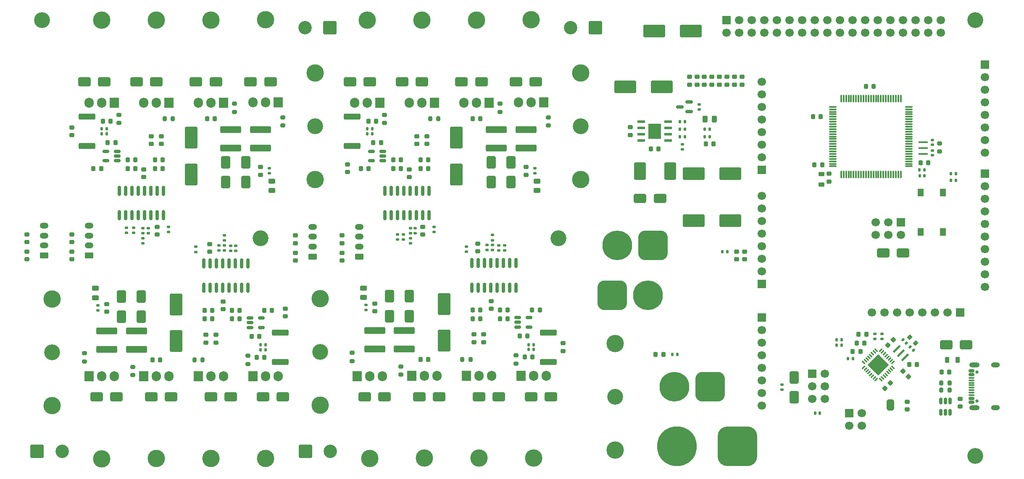
<source format=gbr>
%TF.GenerationSoftware,KiCad,Pcbnew,9.0.1*%
%TF.CreationDate,2025-04-06T02:54:57+02:00*%
%TF.ProjectId,controller_mainboard,636f6e74-726f-46c6-9c65-725f6d61696e,rev?*%
%TF.SameCoordinates,Original*%
%TF.FileFunction,Soldermask,Top*%
%TF.FilePolarity,Negative*%
%FSLAX46Y46*%
G04 Gerber Fmt 4.6, Leading zero omitted, Abs format (unit mm)*
G04 Created by KiCad (PCBNEW 9.0.1) date 2025-04-06 02:54:57*
%MOMM*%
%LPD*%
G01*
G04 APERTURE LIST*
G04 Aperture macros list*
%AMRoundRect*
0 Rectangle with rounded corners*
0 $1 Rounding radius*
0 $2 $3 $4 $5 $6 $7 $8 $9 X,Y pos of 4 corners*
0 Add a 4 corners polygon primitive as box body*
4,1,4,$2,$3,$4,$5,$6,$7,$8,$9,$2,$3,0*
0 Add four circle primitives for the rounded corners*
1,1,$1+$1,$2,$3*
1,1,$1+$1,$4,$5*
1,1,$1+$1,$6,$7*
1,1,$1+$1,$8,$9*
0 Add four rect primitives between the rounded corners*
20,1,$1+$1,$2,$3,$4,$5,0*
20,1,$1+$1,$4,$5,$6,$7,0*
20,1,$1+$1,$6,$7,$8,$9,0*
20,1,$1+$1,$8,$9,$2,$3,0*%
%AMRotRect*
0 Rectangle, with rotation*
0 The origin of the aperture is its center*
0 $1 length*
0 $2 width*
0 $3 Rotation angle, in degrees counterclockwise*
0 Add horizontal line*
21,1,$1,$2,0,0,$3*%
%AMFreePoly0*
4,1,23,0.500000,-0.750000,0.000000,-0.750000,0.000000,-0.745722,-0.065263,-0.745722,-0.191342,-0.711940,-0.304381,-0.646677,-0.396677,-0.554381,-0.461940,-0.441342,-0.495722,-0.315263,-0.495722,-0.250000,-0.500000,-0.250000,-0.500000,0.250000,-0.495722,0.250000,-0.495722,0.315263,-0.461940,0.441342,-0.396677,0.554381,-0.304381,0.646677,-0.191342,0.711940,-0.065263,0.745722,0.000000,0.745722,
0.000000,0.750000,0.500000,0.750000,0.500000,-0.750000,0.500000,-0.750000,$1*%
%AMFreePoly1*
4,1,23,0.000000,0.745722,0.065263,0.745722,0.191342,0.711940,0.304381,0.646677,0.396677,0.554381,0.461940,0.441342,0.495722,0.315263,0.495722,0.250000,0.500000,0.250000,0.500000,-0.250000,0.495722,-0.250000,0.495722,-0.315263,0.461940,-0.441342,0.396677,-0.554381,0.304381,-0.646677,0.191342,-0.711940,0.065263,-0.745722,0.000000,-0.745722,0.000000,-0.750000,-0.500000,-0.750000,
-0.500000,0.750000,0.000000,0.750000,0.000000,0.745722,0.000000,0.745722,$1*%
G04 Aperture macros list end*
%ADD10RoundRect,0.150000X-0.150000X0.512500X-0.150000X-0.512500X0.150000X-0.512500X0.150000X0.512500X0*%
%ADD11RoundRect,0.225000X-0.335876X-0.017678X-0.017678X-0.335876X0.335876X0.017678X0.017678X0.335876X0*%
%ADD12R,1.700000X1.700000*%
%ADD13C,1.700000*%
%ADD14RoundRect,0.135000X0.185000X-0.135000X0.185000X0.135000X-0.185000X0.135000X-0.185000X-0.135000X0*%
%ADD15RoundRect,0.250000X-1.000000X-0.650000X1.000000X-0.650000X1.000000X0.650000X-1.000000X0.650000X0*%
%ADD16RoundRect,0.225000X0.250000X-0.225000X0.250000X0.225000X-0.250000X0.225000X-0.250000X-0.225000X0*%
%ADD17RoundRect,0.150000X-0.512500X-0.150000X0.512500X-0.150000X0.512500X0.150000X-0.512500X0.150000X0*%
%ADD18RoundRect,0.135000X0.135000X0.185000X-0.135000X0.185000X-0.135000X-0.185000X0.135000X-0.185000X0*%
%ADD19RoundRect,0.135000X-0.185000X0.135000X-0.185000X-0.135000X0.185000X-0.135000X0.185000X0.135000X0*%
%ADD20RoundRect,0.225000X0.225000X0.250000X-0.225000X0.250000X-0.225000X-0.250000X0.225000X-0.250000X0*%
%ADD21RoundRect,0.243750X-0.456250X0.243750X-0.456250X-0.243750X0.456250X-0.243750X0.456250X0.243750X0*%
%ADD22RoundRect,0.249999X1.850001X-0.450001X1.850001X0.450001X-1.850001X0.450001X-1.850001X-0.450001X0*%
%ADD23RoundRect,0.140000X0.170000X-0.140000X0.170000X0.140000X-0.170000X0.140000X-0.170000X-0.140000X0*%
%ADD24RoundRect,0.135000X-0.135000X-0.185000X0.135000X-0.185000X0.135000X0.185000X-0.135000X0.185000X0*%
%ADD25RoundRect,0.250000X-0.650000X1.000000X-0.650000X-1.000000X0.650000X-1.000000X0.650000X1.000000X0*%
%ADD26RoundRect,0.225000X-0.250000X0.225000X-0.250000X-0.225000X0.250000X-0.225000X0.250000X0.225000X0*%
%ADD27RoundRect,0.243750X0.456250X-0.243750X0.456250X0.243750X-0.456250X0.243750X-0.456250X-0.243750X0*%
%ADD28C,3.200000*%
%ADD29C,3.500000*%
%ADD30RoundRect,0.250000X1.000000X0.650000X-1.000000X0.650000X-1.000000X-0.650000X1.000000X-0.650000X0*%
%ADD31RoundRect,0.250000X1.000000X-1.950000X1.000000X1.950000X-1.000000X1.950000X-1.000000X-1.950000X0*%
%ADD32RoundRect,0.225000X-0.225000X-0.250000X0.225000X-0.250000X0.225000X0.250000X-0.225000X0.250000X0*%
%ADD33RoundRect,0.250001X-1.099999X-1.099999X1.099999X-1.099999X1.099999X1.099999X-1.099999X1.099999X0*%
%ADD34C,2.700000*%
%ADD35RoundRect,0.249999X-1.850001X0.450001X-1.850001X-0.450001X1.850001X-0.450001X1.850001X0.450001X0*%
%ADD36RoundRect,0.218750X-0.218750X-0.256250X0.218750X-0.256250X0.218750X0.256250X-0.218750X0.256250X0*%
%ADD37RoundRect,0.250000X0.650000X-1.000000X0.650000X1.000000X-0.650000X1.000000X-0.650000X-1.000000X0*%
%ADD38RoundRect,0.150000X-0.150000X0.825000X-0.150000X-0.825000X0.150000X-0.825000X0.150000X0.825000X0*%
%ADD39R,1.550000X0.600000*%
%ADD40R,2.600000X3.100000*%
%ADD41RoundRect,1.500000X-1.500000X-1.500000X1.500000X-1.500000X1.500000X1.500000X-1.500000X1.500000X0*%
%ADD42C,6.000000*%
%ADD43RoundRect,0.218750X0.218750X0.256250X-0.218750X0.256250X-0.218750X-0.256250X0.218750X-0.256250X0*%
%ADD44RoundRect,0.200000X0.275000X-0.200000X0.275000X0.200000X-0.275000X0.200000X-0.275000X-0.200000X0*%
%ADD45RoundRect,0.250000X0.625000X-0.350000X0.625000X0.350000X-0.625000X0.350000X-0.625000X-0.350000X0*%
%ADD46O,1.750000X1.200000*%
%ADD47RoundRect,0.218750X0.381250X-0.218750X0.381250X0.218750X-0.381250X0.218750X-0.381250X-0.218750X0*%
%ADD48RoundRect,0.250001X1.099999X1.099999X-1.099999X1.099999X-1.099999X-1.099999X1.099999X-1.099999X0*%
%ADD49RoundRect,0.150000X0.587500X0.150000X-0.587500X0.150000X-0.587500X-0.150000X0.587500X-0.150000X0*%
%ADD50RoundRect,0.243750X0.243750X0.456250X-0.243750X0.456250X-0.243750X-0.456250X0.243750X-0.456250X0*%
%ADD51RoundRect,0.200000X-0.275000X0.200000X-0.275000X-0.200000X0.275000X-0.200000X0.275000X0.200000X0*%
%ADD52FreePoly0,90.000000*%
%ADD53FreePoly1,90.000000*%
%ADD54RoundRect,0.250000X1.425000X-0.362500X1.425000X0.362500X-1.425000X0.362500X-1.425000X-0.362500X0*%
%ADD55RoundRect,0.250000X-1.950000X-1.000000X1.950000X-1.000000X1.950000X1.000000X-1.950000X1.000000X0*%
%ADD56R,1.900000X0.400000*%
%ADD57RoundRect,0.062500X0.220971X0.309359X-0.309359X-0.220971X-0.220971X-0.309359X0.309359X0.220971X0*%
%ADD58RoundRect,0.062500X-0.220971X0.309359X-0.309359X0.220971X0.220971X-0.309359X0.309359X-0.220971X0*%
%ADD59RotRect,3.100000X3.100000X225.000000*%
%ADD60RoundRect,0.200000X0.200000X0.275000X-0.200000X0.275000X-0.200000X-0.275000X0.200000X-0.275000X0*%
%ADD61RoundRect,0.250000X1.950000X1.000000X-1.950000X1.000000X-1.950000X-1.000000X1.950000X-1.000000X0*%
%ADD62RoundRect,1.500000X1.500000X1.500000X-1.500000X1.500000X-1.500000X-1.500000X1.500000X-1.500000X0*%
%ADD63RoundRect,0.075000X0.075000X-0.662500X0.075000X0.662500X-0.075000X0.662500X-0.075000X-0.662500X0*%
%ADD64RoundRect,0.075000X0.662500X-0.075000X0.662500X0.075000X-0.662500X0.075000X-0.662500X-0.075000X0*%
%ADD65RoundRect,0.150000X0.150000X-0.825000X0.150000X0.825000X-0.150000X0.825000X-0.150000X-0.825000X0*%
%ADD66RoundRect,0.225000X0.017678X-0.335876X0.335876X-0.017678X-0.017678X0.335876X-0.335876X0.017678X0*%
%ADD67RoundRect,0.250000X-1.000000X1.950000X-1.000000X-1.950000X1.000000X-1.950000X1.000000X1.950000X0*%
%ADD68RoundRect,2.000000X2.000000X2.000000X-2.000000X2.000000X-2.000000X-2.000000X2.000000X-2.000000X0*%
%ADD69C,8.000000*%
%ADD70RoundRect,0.200000X-0.200000X-0.275000X0.200000X-0.275000X0.200000X0.275000X-0.200000X0.275000X0*%
%ADD71RotRect,0.400000X1.900000X135.000000*%
%ADD72RoundRect,0.140000X-0.170000X0.140000X-0.170000X-0.140000X0.170000X-0.140000X0.170000X0.140000X0*%
%ADD73R,1.300000X1.550000*%
%ADD74RoundRect,0.150000X0.512500X0.150000X-0.512500X0.150000X-0.512500X-0.150000X0.512500X-0.150000X0*%
%ADD75C,0.650000*%
%ADD76RoundRect,0.150000X0.425000X-0.150000X0.425000X0.150000X-0.425000X0.150000X-0.425000X-0.150000X0*%
%ADD77RoundRect,0.075000X0.500000X-0.075000X0.500000X0.075000X-0.500000X0.075000X-0.500000X-0.075000X0*%
%ADD78O,2.100000X1.000000*%
%ADD79O,1.800000X1.000000*%
%ADD80RoundRect,0.140000X0.140000X0.170000X-0.140000X0.170000X-0.140000X-0.170000X0.140000X-0.170000X0*%
%ADD81RoundRect,0.250000X-0.925000X-1.500000X0.925000X-1.500000X0.925000X1.500000X-0.925000X1.500000X0*%
%ADD82RoundRect,0.140000X-0.219203X-0.021213X-0.021213X-0.219203X0.219203X0.021213X0.021213X0.219203X0*%
%ADD83RoundRect,0.250000X-1.425000X0.362500X-1.425000X-0.362500X1.425000X-0.362500X1.425000X0.362500X0*%
%ADD84RoundRect,0.200000X-0.335876X-0.053033X-0.053033X-0.335876X0.335876X0.053033X0.053033X0.335876X0*%
%ADD85RoundRect,0.140000X0.219203X0.021213X0.021213X0.219203X-0.219203X-0.021213X-0.021213X-0.219203X0*%
%ADD86RoundRect,0.218750X0.218750X0.381250X-0.218750X0.381250X-0.218750X-0.381250X0.218750X-0.381250X0*%
%ADD87R,1.905000X2.000000*%
%ADD88O,1.905000X2.000000*%
G04 APERTURE END LIST*
%TO.C,JP1*%
G36*
X230150000Y-143850000D02*
G01*
X231650000Y-143850000D01*
X231650000Y-143550000D01*
X230150000Y-143550000D01*
X230150000Y-143850000D01*
G37*
%TD*%
D10*
%TO.C,U12*%
X242950000Y-142862500D03*
X242000000Y-142862500D03*
X241050000Y-142862500D03*
X241050000Y-145137500D03*
X242000000Y-145137500D03*
X242950000Y-145137500D03*
%TD*%
D11*
%TO.C,C11*%
X233451992Y-136851992D03*
X234548008Y-137948008D03*
%TD*%
D12*
%TO.C,J6*%
X205000000Y-96240000D03*
D13*
X205000000Y-93700000D03*
X205000000Y-91160000D03*
X205000000Y-88620000D03*
X205000000Y-86080000D03*
X205000000Y-83540000D03*
X205000000Y-81000000D03*
X205000000Y-78460000D03*
%TD*%
D14*
%TO.C,R17*%
X209100000Y-140610000D03*
X209100000Y-139590000D03*
%TD*%
D15*
%TO.C,D21*%
X104500000Y-142070000D03*
X108500000Y-142070000D03*
%TD*%
D12*
%TO.C,J16*%
X233000000Y-106800000D03*
D13*
X233000000Y-109340000D03*
X230460000Y-106800000D03*
X230460000Y-109340000D03*
X227920000Y-106800000D03*
X227920000Y-109340000D03*
%TD*%
D16*
%TO.C,C82*%
X234300000Y-144575000D03*
X234300000Y-143025000D03*
%TD*%
D17*
%TO.C,U7*%
X101862500Y-126120000D03*
X101862500Y-127070000D03*
X101862500Y-128020000D03*
X104137500Y-128020000D03*
X104137500Y-126120000D03*
%TD*%
D18*
%TO.C,R29*%
X189510000Y-86500000D03*
X188490000Y-86500000D03*
%TD*%
D12*
%TO.C,J19*%
X215200000Y-137375000D03*
D13*
X217740000Y-137375000D03*
X215200000Y-139915000D03*
X217740000Y-139915000D03*
X215200000Y-142455000D03*
X217740000Y-142455000D03*
%TD*%
D19*
%TO.C,R30*%
X91000000Y-111760000D03*
X91000000Y-112780000D03*
%TD*%
D20*
%TO.C,C53*%
X84275000Y-94179999D03*
X82725000Y-94179999D03*
%TD*%
D21*
%TO.C,D17*%
X70750000Y-120132500D03*
X70750000Y-122007500D03*
%TD*%
D19*
%TO.C,R33*%
X95600000Y-111460000D03*
X95600000Y-112480000D03*
%TD*%
D22*
%TO.C,L3*%
X127000000Y-132350000D03*
X127000000Y-128650000D03*
%TD*%
D23*
%TO.C,C1*%
X239400000Y-91180000D03*
X239400000Y-90220000D03*
%TD*%
D24*
%TO.C,R15*%
X220090000Y-130500000D03*
X221110000Y-130500000D03*
%TD*%
D25*
%TO.C,D8*%
X134000000Y-121750000D03*
X134000000Y-125750000D03*
%TD*%
D26*
%TO.C,C47*%
X109000000Y-124225000D03*
X109000000Y-125775000D03*
%TD*%
D27*
%TO.C,D31*%
X159749999Y-100367500D03*
X159749999Y-98492500D03*
%TD*%
D28*
%TO.C,F2*%
X116000000Y-133000000D03*
D29*
X116000000Y-143750000D03*
X116000000Y-122250000D03*
%TD*%
D28*
%TO.C,F4*%
X115000000Y-87430000D03*
D29*
X115000000Y-76680000D03*
X115000000Y-98180000D03*
%TD*%
D30*
%TO.C,D34*%
X136500000Y-78430000D03*
X132500000Y-78430000D03*
%TD*%
D19*
%TO.C,R82*%
X152000000Y-111490000D03*
X152000000Y-112510000D03*
%TD*%
D14*
%TO.C,R85*%
X132800000Y-110310000D03*
X132800000Y-109290000D03*
%TD*%
D31*
%TO.C,C46*%
X87000000Y-130770000D03*
X87000000Y-123370000D03*
%TD*%
D20*
%TO.C,C65*%
X137775000Y-95929999D03*
X136225000Y-95929999D03*
%TD*%
D32*
%TO.C,C20*%
X146725000Y-124500000D03*
X148275000Y-124500000D03*
%TD*%
D33*
%TO.C,J12*%
X59000000Y-153000000D03*
D34*
X64000000Y-153000000D03*
%TD*%
D19*
%TO.C,R20*%
X150700000Y-109390000D03*
X150700000Y-110410000D03*
%TD*%
D30*
%TO.C,D33*%
X148500001Y-78430000D03*
X144500001Y-78430000D03*
%TD*%
D18*
%TO.C,R28*%
X189510000Y-88000000D03*
X188490000Y-88000000D03*
%TD*%
D26*
%TO.C,C56*%
X84000000Y-89429999D03*
X84000000Y-90979999D03*
%TD*%
D32*
%TO.C,C85*%
X93225000Y-85929999D03*
X94775000Y-85929999D03*
%TD*%
D35*
%TO.C,L2*%
X133000000Y-128650000D03*
X133000000Y-132350000D03*
%TD*%
D14*
%TO.C,R47*%
X134200000Y-109039999D03*
X134200000Y-108019999D03*
%TD*%
D20*
%TO.C,C52*%
X84275000Y-95929999D03*
X82725000Y-95929999D03*
%TD*%
D14*
%TO.C,R46*%
X139000000Y-108740000D03*
X139000000Y-107720000D03*
%TD*%
D32*
%TO.C,C14*%
X234725000Y-135500000D03*
X236275000Y-135500000D03*
%TD*%
D15*
%TO.C,D18*%
X71000000Y-142070000D03*
X75000000Y-142070000D03*
%TD*%
D14*
%TO.C,R88*%
X77000000Y-108939999D03*
X77000000Y-107919999D03*
%TD*%
D26*
%TO.C,R60*%
X56900000Y-112725000D03*
X56900000Y-114275000D03*
%TD*%
D20*
%TO.C,C45*%
X103775000Y-129820000D03*
X102225000Y-129820000D03*
%TD*%
D36*
%TO.C,D1*%
X183612500Y-133500000D03*
X185187500Y-133500000D03*
%TD*%
D14*
%TO.C,R34*%
X71250000Y-124580000D03*
X71250000Y-123560000D03*
%TD*%
D28*
%TO.C,F1*%
X175500000Y-142000000D03*
D29*
X175500000Y-131250000D03*
X175500000Y-152750000D03*
%TD*%
D32*
%TO.C,C5*%
X237025000Y-94800000D03*
X238575000Y-94800000D03*
%TD*%
D16*
%TO.C,C78*%
X194944146Y-79000000D03*
X194944146Y-77450000D03*
%TD*%
D37*
%TO.C,D22*%
X100999999Y-98680000D03*
X100999999Y-94680000D03*
%TD*%
D19*
%TO.C,R50*%
X159249999Y-95920000D03*
X159249999Y-96940000D03*
%TD*%
D38*
%TO.C,U6*%
X101445000Y-115095000D03*
X100175000Y-115095000D03*
X98905000Y-115095000D03*
X97635000Y-115095000D03*
X96365000Y-115095000D03*
X95095000Y-115095000D03*
X93825000Y-115095000D03*
X92555000Y-115095000D03*
X92555000Y-120045000D03*
X93825000Y-120045000D03*
X95095000Y-120045000D03*
X96365000Y-120045000D03*
X97635000Y-120045000D03*
X98905000Y-120045000D03*
X100175000Y-120045000D03*
X101445000Y-120045000D03*
%TD*%
D20*
%TO.C,C66*%
X137775000Y-94179999D03*
X136225000Y-94179999D03*
%TD*%
D24*
%TO.C,R10*%
X236790000Y-96200000D03*
X237810000Y-96200000D03*
%TD*%
D18*
%TO.C,R27*%
X189510000Y-89500000D03*
X188490000Y-89500000D03*
%TD*%
D39*
%TO.C,U5*%
X186100000Y-90305000D03*
X186100000Y-89035000D03*
X186100000Y-87765000D03*
X186100000Y-86495000D03*
X180700000Y-86495000D03*
X180700000Y-87765000D03*
X180700000Y-89035000D03*
X180700000Y-90305000D03*
D40*
X183400000Y-88400000D03*
%TD*%
D26*
%TO.C,R56*%
X111000000Y-112950000D03*
X111000000Y-114500000D03*
%TD*%
D24*
%TO.C,R24*%
X157990000Y-131500000D03*
X159010000Y-131500000D03*
%TD*%
D32*
%TO.C,C42*%
X104725000Y-124570000D03*
X106275000Y-124570000D03*
%TD*%
D41*
%TO.C,J25*%
X174900000Y-121500000D03*
D42*
X182100000Y-121500000D03*
%TD*%
D43*
%TO.C,D5*%
X225687500Y-131200000D03*
X224112500Y-131200000D03*
%TD*%
D26*
%TO.C,R54*%
X120412500Y-112950000D03*
X120412500Y-114500000D03*
%TD*%
D44*
%TO.C,R76*%
X155500000Y-135325000D03*
X155500000Y-133675000D03*
%TD*%
D32*
%TO.C,C89*%
X72225000Y-86429999D03*
X73775000Y-86429999D03*
%TD*%
D20*
%TO.C,C3*%
X217175000Y-95200000D03*
X215625000Y-95200000D03*
%TD*%
D45*
%TO.C,J22*%
X69450000Y-113500000D03*
D46*
X69450000Y-111500000D03*
X69450000Y-109500000D03*
X69450000Y-107500000D03*
%TD*%
D18*
%TO.C,R44*%
X73010000Y-88929999D03*
X71990000Y-88929999D03*
%TD*%
D19*
%TO.C,R31*%
X96700000Y-111460000D03*
X96700000Y-112480000D03*
%TD*%
D12*
%TO.C,J5*%
X205000000Y-119240000D03*
D13*
X205000000Y-116700000D03*
X205000000Y-114160000D03*
X205000000Y-111620000D03*
X205000000Y-109080000D03*
X205000000Y-106540000D03*
X205000000Y-104000000D03*
X205000000Y-101460000D03*
%TD*%
D20*
%TO.C,C83*%
X137775000Y-134500000D03*
X136225000Y-134500000D03*
%TD*%
D17*
%TO.C,U4*%
X155862500Y-126050000D03*
X155862500Y-127000000D03*
X155862500Y-127950000D03*
X158137500Y-127950000D03*
X158137500Y-126050000D03*
%TD*%
D47*
%TO.C,L1*%
X217000000Y-99162500D03*
X217000000Y-97037500D03*
%TD*%
D14*
%TO.C,R39*%
X80300000Y-109039999D03*
X80300000Y-108019999D03*
%TD*%
%TO.C,R49*%
X135200000Y-109040000D03*
X135200000Y-108020000D03*
%TD*%
D20*
%TO.C,C6*%
X216875000Y-85500000D03*
X215325000Y-85500000D03*
%TD*%
D38*
%TO.C,U3*%
X155445000Y-115025000D03*
X154175000Y-115025000D03*
X152905000Y-115025000D03*
X151635000Y-115025000D03*
X150365000Y-115025000D03*
X149095000Y-115025000D03*
X147825000Y-115025000D03*
X146555000Y-115025000D03*
X146555000Y-119975000D03*
X147825000Y-119975000D03*
X149095000Y-119975000D03*
X150365000Y-119975000D03*
X151635000Y-119975000D03*
X152905000Y-119975000D03*
X154175000Y-119975000D03*
X155445000Y-119975000D03*
%TD*%
D19*
%TO.C,R14*%
X227800000Y-129310000D03*
X227800000Y-130330000D03*
%TD*%
D14*
%TO.C,R48*%
X134200000Y-111039999D03*
X134200000Y-110019999D03*
%TD*%
D16*
%TO.C,C24*%
X147000000Y-131000000D03*
X147000000Y-129450000D03*
%TD*%
D44*
%TO.C,R66*%
X108500000Y-87255000D03*
X108500000Y-85605000D03*
%TD*%
D48*
%TO.C,J13*%
X118000000Y-67500000D03*
D34*
X113000000Y-67500000D03*
%TD*%
D20*
%TO.C,C68*%
X125775000Y-95929999D03*
X124225000Y-95929999D03*
%TD*%
D49*
%TO.C,Q1*%
X190375000Y-84450000D03*
X190375000Y-82550000D03*
X188500000Y-83500000D03*
%TD*%
D26*
%TO.C,R57*%
X111000000Y-109450000D03*
X111000000Y-111000000D03*
%TD*%
D32*
%TO.C,C90*%
X125725000Y-86429999D03*
X127275000Y-86429999D03*
%TD*%
D50*
%TO.C,D36*%
X195437500Y-86000000D03*
X193562500Y-86000000D03*
%TD*%
D51*
%TO.C,R64*%
X122500000Y-133175000D03*
X122500000Y-134825000D03*
%TD*%
D22*
%TO.C,L9*%
X151499999Y-91780000D03*
X151499999Y-88080000D03*
%TD*%
D20*
%TO.C,C88*%
X104775000Y-134070000D03*
X103225000Y-134070000D03*
%TD*%
D24*
%TO.C,R63*%
X193500000Y-89500000D03*
X194520000Y-89500000D03*
%TD*%
D14*
%TO.C,R40*%
X80300000Y-111039999D03*
X80300000Y-110019999D03*
%TD*%
D52*
%TO.C,JP1*%
X230900000Y-144350000D03*
D53*
X230900000Y-143050000D03*
%TD*%
D28*
%TO.C,H1*%
X60000000Y-66000000D03*
%TD*%
D51*
%TO.C,R71*%
X152250000Y-82855000D03*
X152250000Y-84505000D03*
%TD*%
D54*
%TO.C,R37*%
X108000000Y-135032500D03*
X108000000Y-129107500D03*
%TD*%
D20*
%TO.C,C18*%
X153775000Y-126250000D03*
X152225000Y-126250000D03*
%TD*%
D28*
%TO.C,F3*%
X62000000Y-133070000D03*
D29*
X62000000Y-143820000D03*
X62000000Y-122320000D03*
%TD*%
D18*
%TO.C,R43*%
X73010000Y-87929999D03*
X71990000Y-87929999D03*
%TD*%
D32*
%TO.C,C50*%
X77225000Y-94179999D03*
X78775000Y-94179999D03*
%TD*%
D20*
%TO.C,C26*%
X157775000Y-129750000D03*
X156225000Y-129750000D03*
%TD*%
D51*
%TO.C,R78*%
X75500000Y-85104999D03*
X75500000Y-86754999D03*
%TD*%
D19*
%TO.C,R19*%
X150700000Y-111390000D03*
X150700000Y-112410000D03*
%TD*%
D26*
%TO.C,C54*%
X103999999Y-95655000D03*
X103999999Y-97205000D03*
%TD*%
D20*
%TO.C,C15*%
X224875000Y-132900000D03*
X223325000Y-132900000D03*
%TD*%
D55*
%TO.C,C34*%
X191300000Y-97000000D03*
X198700000Y-97000000D03*
%TD*%
D16*
%TO.C,C35*%
X93800000Y-112745000D03*
X93800000Y-111195000D03*
%TD*%
D56*
%TO.C,Y1*%
X237500000Y-90600000D03*
X237500000Y-91800000D03*
X237500000Y-93000000D03*
%TD*%
D15*
%TO.C,D12*%
X148000000Y-142000000D03*
X152000000Y-142000000D03*
%TD*%
D57*
%TO.C,U2*%
X231461010Y-135113864D03*
X231107456Y-134760311D03*
X230753903Y-134406757D03*
X230400349Y-134053204D03*
X230046796Y-133699651D03*
X229693243Y-133346097D03*
X229339689Y-132992544D03*
X228986136Y-132638990D03*
D58*
X228013864Y-132638990D03*
X227660311Y-132992544D03*
X227306757Y-133346097D03*
X226953204Y-133699651D03*
X226599651Y-134053204D03*
X226246097Y-134406757D03*
X225892544Y-134760311D03*
X225538990Y-135113864D03*
D57*
X225538990Y-136086136D03*
X225892544Y-136439689D03*
X226246097Y-136793243D03*
X226599651Y-137146796D03*
X226953204Y-137500349D03*
X227306757Y-137853903D03*
X227660311Y-138207456D03*
X228013864Y-138561010D03*
D58*
X228986136Y-138561010D03*
X229339689Y-138207456D03*
X229693243Y-137853903D03*
X230046796Y-137500349D03*
X230400349Y-137146796D03*
X230753903Y-136793243D03*
X231107456Y-136439689D03*
X231461010Y-136086136D03*
D59*
X228500000Y-135600000D03*
%TD*%
D16*
%TO.C,C22*%
X127000000Y-124775000D03*
X127000000Y-123225000D03*
%TD*%
D18*
%TO.C,R52*%
X126510000Y-88929999D03*
X125490000Y-88929999D03*
%TD*%
D30*
%TO.C,D26*%
X95000001Y-78430000D03*
X91000001Y-78430000D03*
%TD*%
D12*
%TO.C,J9*%
X245000000Y-125000000D03*
D13*
X242460000Y-125000000D03*
X239920000Y-125000000D03*
X237380000Y-125000000D03*
X234840000Y-125000000D03*
X232300000Y-125000000D03*
X229760000Y-125000000D03*
X227220000Y-125000000D03*
%TD*%
D26*
%TO.C,C8*%
X218600000Y-97025000D03*
X218600000Y-98575000D03*
%TD*%
D60*
%TO.C,R74*%
X86325000Y-85929999D03*
X84675000Y-85929999D03*
%TD*%
D24*
%TO.C,R23*%
X157990000Y-132500000D03*
X159010000Y-132500000D03*
%TD*%
D44*
%TO.C,R69*%
X78250000Y-137645000D03*
X78250000Y-135995000D03*
%TD*%
D18*
%TO.C,R81*%
X198110000Y-112700000D03*
X197090000Y-112700000D03*
%TD*%
D30*
%TO.C,D28*%
X72500000Y-78430000D03*
X68500000Y-78430000D03*
%TD*%
D16*
%TO.C,C43*%
X93000000Y-131070000D03*
X93000000Y-129520000D03*
%TD*%
%TO.C,C74*%
X201000000Y-79000000D03*
X201000000Y-77450000D03*
%TD*%
D35*
%TO.C,L5*%
X79000000Y-128720000D03*
X79000000Y-132420000D03*
%TD*%
D61*
%TO.C,C4*%
X190700000Y-68200000D03*
X183300000Y-68200000D03*
%TD*%
D25*
%TO.C,D15*%
X76000000Y-121820000D03*
X76000000Y-125820000D03*
%TD*%
D28*
%TO.C,H3*%
X248000000Y-66000000D03*
%TD*%
D62*
%TO.C,J2*%
X194600000Y-140000000D03*
D42*
X187400000Y-140000000D03*
%TD*%
D19*
%TO.C,R42*%
X105749999Y-95920000D03*
X105749999Y-96940000D03*
%TD*%
%TO.C,R26*%
X189000000Y-91090000D03*
X189000000Y-92110000D03*
%TD*%
D63*
%TO.C,U1*%
X221000000Y-97162500D03*
X221500000Y-97162500D03*
X222000000Y-97162500D03*
X222500000Y-97162500D03*
X223000000Y-97162500D03*
X223500000Y-97162500D03*
X224000000Y-97162500D03*
X224500000Y-97162500D03*
X225000000Y-97162500D03*
X225500000Y-97162500D03*
X226000000Y-97162500D03*
X226500000Y-97162500D03*
X227000000Y-97162500D03*
X227500000Y-97162500D03*
X228000000Y-97162500D03*
X228500000Y-97162500D03*
X229000000Y-97162500D03*
X229500000Y-97162500D03*
X230000000Y-97162500D03*
X230500000Y-97162500D03*
X231000000Y-97162500D03*
X231500000Y-97162500D03*
X232000000Y-97162500D03*
X232500000Y-97162500D03*
X233000000Y-97162500D03*
D64*
X234662500Y-95500000D03*
X234662500Y-95000000D03*
X234662500Y-94500000D03*
X234662500Y-94000000D03*
X234662500Y-93500000D03*
X234662500Y-93000000D03*
X234662500Y-92500000D03*
X234662500Y-92000000D03*
X234662500Y-91500000D03*
X234662500Y-91000000D03*
X234662500Y-90500000D03*
X234662500Y-90000000D03*
X234662500Y-89500000D03*
X234662500Y-89000000D03*
X234662500Y-88500000D03*
X234662500Y-88000000D03*
X234662500Y-87500000D03*
X234662500Y-87000000D03*
X234662500Y-86500000D03*
X234662500Y-86000000D03*
X234662500Y-85500000D03*
X234662500Y-85000000D03*
X234662500Y-84500000D03*
X234662500Y-84000000D03*
X234662500Y-83500000D03*
D63*
X233000000Y-81837500D03*
X232500000Y-81837500D03*
X232000000Y-81837500D03*
X231500000Y-81837500D03*
X231000000Y-81837500D03*
X230500000Y-81837500D03*
X230000000Y-81837500D03*
X229500000Y-81837500D03*
X229000000Y-81837500D03*
X228500000Y-81837500D03*
X228000000Y-81837500D03*
X227500000Y-81837500D03*
X227000000Y-81837500D03*
X226500000Y-81837500D03*
X226000000Y-81837500D03*
X225500000Y-81837500D03*
X225000000Y-81837500D03*
X224500000Y-81837500D03*
X224000000Y-81837500D03*
X223500000Y-81837500D03*
X223000000Y-81837500D03*
X222500000Y-81837500D03*
X222000000Y-81837500D03*
X221500000Y-81837500D03*
X221000000Y-81837500D03*
D64*
X219337500Y-83500000D03*
X219337500Y-84000000D03*
X219337500Y-84500000D03*
X219337500Y-85000000D03*
X219337500Y-85500000D03*
X219337500Y-86000000D03*
X219337500Y-86500000D03*
X219337500Y-87000000D03*
X219337500Y-87500000D03*
X219337500Y-88000000D03*
X219337500Y-88500000D03*
X219337500Y-89000000D03*
X219337500Y-89500000D03*
X219337500Y-90000000D03*
X219337500Y-90500000D03*
X219337500Y-91000000D03*
X219337500Y-91500000D03*
X219337500Y-92000000D03*
X219337500Y-92500000D03*
X219337500Y-93000000D03*
X219337500Y-93500000D03*
X219337500Y-94000000D03*
X219337500Y-94500000D03*
X219337500Y-95000000D03*
X219337500Y-95500000D03*
%TD*%
D28*
%TO.C,H4*%
X164000000Y-110000000D03*
%TD*%
D15*
%TO.C,D19*%
X82000000Y-142070000D03*
X86000000Y-142070000D03*
%TD*%
D20*
%TO.C,C37*%
X99775000Y-126320000D03*
X98225000Y-126320000D03*
%TD*%
D12*
%TO.C,J8*%
X250000000Y-97000000D03*
D13*
X250000000Y-99540000D03*
X250000000Y-102080000D03*
X250000000Y-104620000D03*
X250000000Y-107160000D03*
X250000000Y-109700000D03*
X250000000Y-112240000D03*
X250000000Y-114780000D03*
X250000000Y-117320000D03*
X250000000Y-119860000D03*
%TD*%
D26*
%TO.C,C70*%
X135500000Y-89429999D03*
X135500000Y-90979999D03*
%TD*%
D16*
%TO.C,C60*%
X66000000Y-89204999D03*
X66000000Y-87654999D03*
%TD*%
D35*
%TO.C,L10*%
X157499999Y-88080000D03*
X157499999Y-91780000D03*
%TD*%
D20*
%TO.C,R6*%
X242775000Y-137000000D03*
X241225000Y-137000000D03*
%TD*%
D45*
%TO.C,J21*%
X114500000Y-113725000D03*
D46*
X114500000Y-111725000D03*
X114500000Y-109725000D03*
X114500000Y-107725000D03*
%TD*%
D28*
%TO.C,H2*%
X248000000Y-154000000D03*
%TD*%
D65*
%TO.C,U8*%
X75555000Y-105404999D03*
X76825000Y-105404999D03*
X78095000Y-105404999D03*
X79365000Y-105404999D03*
X80635000Y-105404999D03*
X81905000Y-105404999D03*
X83175000Y-105404999D03*
X84445000Y-105404999D03*
X84445000Y-100454999D03*
X83175000Y-100454999D03*
X81905000Y-100454999D03*
X80635000Y-100454999D03*
X79365000Y-100454999D03*
X78095000Y-100454999D03*
X76825000Y-100454999D03*
X75555000Y-100454999D03*
%TD*%
D24*
%TO.C,R36*%
X103990000Y-131570000D03*
X105010000Y-131570000D03*
%TD*%
D54*
%TO.C,R25*%
X162000000Y-134962500D03*
X162000000Y-129037500D03*
%TD*%
D20*
%TO.C,C87*%
X158775000Y-134000000D03*
X157225000Y-134000000D03*
%TD*%
D66*
%TO.C,C12*%
X229851992Y-140348008D03*
X230948008Y-139251992D03*
%TD*%
D45*
%TO.C,J23*%
X60400000Y-113500000D03*
D46*
X60400000Y-111500000D03*
X60400000Y-109500000D03*
X60400000Y-107500000D03*
%TD*%
D19*
%TO.C,R32*%
X96700000Y-109460000D03*
X96700000Y-110480000D03*
%TD*%
D15*
%TO.C,D10*%
X125000000Y-142000000D03*
X129000000Y-142000000D03*
%TD*%
D67*
%TO.C,C59*%
X90000000Y-89730000D03*
X90000000Y-97130000D03*
%TD*%
D20*
%TO.C,C19*%
X153775000Y-124500000D03*
X152225000Y-124500000D03*
%TD*%
D30*
%TO.C,D27*%
X83000000Y-78430000D03*
X79000000Y-78430000D03*
%TD*%
D24*
%TO.C,R62*%
X193490000Y-88000000D03*
X194510000Y-88000000D03*
%TD*%
D66*
%TO.C,C13*%
X230451992Y-131648008D03*
X231548008Y-130551992D03*
%TD*%
D30*
%TO.C,D25*%
X106000000Y-78430001D03*
X102000000Y-78430001D03*
%TD*%
D32*
%TO.C,C63*%
X130725000Y-94179999D03*
X132275000Y-94179999D03*
%TD*%
D26*
%TO.C,R59*%
X65950000Y-109225000D03*
X65950000Y-110775000D03*
%TD*%
D19*
%TO.C,R1*%
X192437500Y-82990000D03*
X192437500Y-84010000D03*
%TD*%
D15*
%TO.C,D20*%
X94000000Y-142070000D03*
X98000000Y-142070000D03*
%TD*%
D26*
%TO.C,C67*%
X157499999Y-95655000D03*
X157499999Y-97205000D03*
%TD*%
D15*
%TO.C,D11*%
X136000000Y-142000000D03*
X140000000Y-142000000D03*
%TD*%
D20*
%TO.C,C84*%
X83775000Y-134570000D03*
X82225000Y-134570000D03*
%TD*%
D15*
%TO.C,D14*%
X180500000Y-102000000D03*
X184500000Y-102000000D03*
%TD*%
D32*
%TO.C,C32*%
X193725000Y-91000000D03*
X195275000Y-91000000D03*
%TD*%
D68*
%TO.C,J1*%
X200100000Y-152000000D03*
D69*
X187900000Y-152000000D03*
%TD*%
D30*
%TO.C,D35*%
X126000000Y-78430000D03*
X122000000Y-78430000D03*
%TD*%
D32*
%TO.C,C58*%
X73225000Y-90679999D03*
X74775000Y-90679999D03*
%TD*%
D16*
%TO.C,C80*%
X191944146Y-79000000D03*
X191944146Y-77450000D03*
%TD*%
D32*
%TO.C,C71*%
X126725000Y-90679999D03*
X128275000Y-90679999D03*
%TD*%
D16*
%TO.C,C76*%
X197944146Y-79000000D03*
X197944146Y-77450000D03*
%TD*%
D70*
%TO.C,R7*%
X241175000Y-139200000D03*
X242825000Y-139200000D03*
%TD*%
D71*
%TO.C,Y2*%
X233848528Y-134048528D03*
X233000000Y-133200000D03*
X232151472Y-132351472D03*
%TD*%
D48*
%TO.C,J14*%
X171500000Y-67500000D03*
D34*
X166500000Y-67500000D03*
%TD*%
D72*
%TO.C,C2*%
X239400000Y-92320000D03*
X239400000Y-93280000D03*
%TD*%
D73*
%TO.C,SW1*%
X241500000Y-100800000D03*
X241500000Y-108760000D03*
X237000000Y-100800000D03*
X237000000Y-108760000D03*
%TD*%
D32*
%TO.C,C23*%
X158725000Y-124500000D03*
X160275000Y-124500000D03*
%TD*%
D74*
%TO.C,U11*%
X128637500Y-94379999D03*
X128637500Y-93429999D03*
X128637500Y-92479999D03*
X126362500Y-92479999D03*
X126362500Y-94379999D03*
%TD*%
D70*
%TO.C,R8*%
X241175000Y-140700000D03*
X242825000Y-140700000D03*
%TD*%
D16*
%TO.C,C91*%
X201500000Y-114275000D03*
X201500000Y-112725000D03*
%TD*%
D19*
%TO.C,R86*%
X153200000Y-111490000D03*
X153200000Y-112510000D03*
%TD*%
D18*
%TO.C,R12*%
X223410000Y-134300000D03*
X222390000Y-134300000D03*
%TD*%
D12*
%TO.C,J4*%
X205000000Y-126000000D03*
D13*
X205000000Y-128540000D03*
X205000000Y-131080000D03*
X205000000Y-133620000D03*
X205000000Y-136160000D03*
X205000000Y-138700000D03*
X205000000Y-141240000D03*
X205000000Y-143780000D03*
%TD*%
D16*
%TO.C,C79*%
X193444146Y-79000000D03*
X193444146Y-77450000D03*
%TD*%
D26*
%TO.C,C62*%
X134000000Y-96154999D03*
X134000000Y-97704999D03*
%TD*%
D75*
%TO.C,J3*%
X248375000Y-142840000D03*
X248375000Y-137060000D03*
D76*
X247300000Y-143150000D03*
X247300000Y-142350000D03*
D77*
X247300000Y-141200000D03*
X247300000Y-140200000D03*
X247300000Y-139700000D03*
X247300000Y-138700000D03*
D76*
X247300000Y-137550000D03*
X247300000Y-136750000D03*
X247300000Y-136750000D03*
X247300000Y-137550000D03*
D77*
X247300000Y-138200000D03*
X247300000Y-139200000D03*
X247300000Y-140700000D03*
X247300000Y-141700000D03*
D76*
X247300000Y-142350000D03*
X247300000Y-143150000D03*
D78*
X247875000Y-144270000D03*
D79*
X252055000Y-144270000D03*
D78*
X247875000Y-135630000D03*
D79*
X252055000Y-135630000D03*
%TD*%
D30*
%TO.C,D32*%
X159500000Y-78430001D03*
X155500000Y-78430001D03*
%TD*%
D32*
%TO.C,C40*%
X92725000Y-126320000D03*
X94275000Y-126320000D03*
%TD*%
D16*
%TO.C,C75*%
X199500000Y-79000000D03*
X199500000Y-77450000D03*
%TD*%
D14*
%TO.C,R84*%
X78400000Y-108939999D03*
X78400000Y-107919999D03*
%TD*%
D37*
%TO.C,D23*%
X96999999Y-98680000D03*
X96999999Y-94680000D03*
%TD*%
D18*
%TO.C,R90*%
X244110000Y-98300000D03*
X243090000Y-98300000D03*
%TD*%
D16*
%TO.C,C17*%
X150500000Y-124275000D03*
X150500000Y-122725000D03*
%TD*%
D19*
%TO.C,R87*%
X99000000Y-111560000D03*
X99000000Y-112580000D03*
%TD*%
D60*
%TO.C,R75*%
X139825000Y-85929999D03*
X138175000Y-85929999D03*
%TD*%
D37*
%TO.C,D30*%
X150499999Y-98680000D03*
X150499999Y-94680000D03*
%TD*%
D14*
%TO.C,R38*%
X85500000Y-108740000D03*
X85500000Y-107720000D03*
%TD*%
D18*
%TO.C,R91*%
X244110000Y-97000000D03*
X243090000Y-97000000D03*
%TD*%
D25*
%TO.C,D16*%
X80000000Y-121820000D03*
X80000000Y-125820000D03*
%TD*%
D19*
%TO.C,R83*%
X98000000Y-111560000D03*
X98000000Y-112580000D03*
%TD*%
D12*
%TO.C,J7*%
X197900000Y-66000000D03*
D13*
X197900000Y-68540000D03*
X200440000Y-66000000D03*
X200440000Y-68540000D03*
X202980000Y-66000000D03*
X202980000Y-68540000D03*
X205520000Y-66000000D03*
X205520000Y-68540000D03*
X208060000Y-66000000D03*
X208060000Y-68540000D03*
X210600000Y-66000000D03*
X210600000Y-68540000D03*
X213140000Y-66000000D03*
X213140000Y-68540000D03*
X215680000Y-66000000D03*
X215680000Y-68540000D03*
X218220000Y-66000000D03*
X218220000Y-68540000D03*
X220760000Y-66000000D03*
X220760000Y-68540000D03*
X223300000Y-66000000D03*
X223300000Y-68540000D03*
X225840000Y-66000000D03*
X225840000Y-68540000D03*
X228380000Y-66000000D03*
X228380000Y-68540000D03*
X230920000Y-66000000D03*
X230920000Y-68540000D03*
X233460000Y-66000000D03*
X233460000Y-68540000D03*
X236000000Y-66000000D03*
X236000000Y-68540000D03*
X238540000Y-66000000D03*
X238540000Y-68540000D03*
X241080000Y-66000000D03*
X241080000Y-68540000D03*
%TD*%
D65*
%TO.C,U10*%
X129055000Y-105404999D03*
X130325000Y-105404999D03*
X131595000Y-105404999D03*
X132865000Y-105404999D03*
X134135000Y-105404999D03*
X135405000Y-105404999D03*
X136675000Y-105404999D03*
X137945000Y-105404999D03*
X137945000Y-100454999D03*
X136675000Y-100454999D03*
X135405000Y-100454999D03*
X134135000Y-100454999D03*
X132865000Y-100454999D03*
X131595000Y-100454999D03*
X130325000Y-100454999D03*
X129055000Y-100454999D03*
%TD*%
D16*
%TO.C,C77*%
X196444146Y-79000000D03*
X196444146Y-77450000D03*
%TD*%
D27*
%TO.C,D24*%
X106249999Y-100367500D03*
X106249999Y-98492500D03*
%TD*%
D31*
%TO.C,C27*%
X141000000Y-130700000D03*
X141000000Y-123300000D03*
%TD*%
D24*
%TO.C,R16*%
X220090000Y-131600000D03*
X221110000Y-131600000D03*
%TD*%
%TO.C,R4*%
X186990000Y-133500000D03*
X188010000Y-133500000D03*
%TD*%
D14*
%TO.C,R41*%
X81400000Y-109040000D03*
X81400000Y-108020000D03*
%TD*%
D28*
%TO.C,F5*%
X168500000Y-87430000D03*
D29*
X168500000Y-76680000D03*
X168500000Y-98180000D03*
%TD*%
D22*
%TO.C,L7*%
X97999999Y-91780000D03*
X97999999Y-88080000D03*
%TD*%
D16*
%TO.C,C81*%
X190444146Y-79000000D03*
X190444146Y-77450000D03*
%TD*%
D80*
%TO.C,C93*%
X216700000Y-145300000D03*
X215740000Y-145300000D03*
%TD*%
D81*
%TO.C,L4*%
X180475000Y-96500000D03*
X186525000Y-96500000D03*
%TD*%
D32*
%TO.C,C55*%
X70325000Y-96000000D03*
X71875000Y-96000000D03*
%TD*%
D16*
%TO.C,C41*%
X73000000Y-124845000D03*
X73000000Y-123295000D03*
%TD*%
D70*
%TO.C,R72*%
X144675000Y-134500000D03*
X146325000Y-134500000D03*
%TD*%
D16*
%TO.C,C16*%
X147800000Y-112675000D03*
X147800000Y-111125000D03*
%TD*%
D44*
%TO.C,R67*%
X162000000Y-87255000D03*
X162000000Y-85605000D03*
%TD*%
D16*
%TO.C,C36*%
X96500000Y-124345000D03*
X96500000Y-122795000D03*
%TD*%
D51*
%TO.C,R70*%
X98750000Y-82855000D03*
X98750000Y-84505000D03*
%TD*%
D44*
%TO.C,R9*%
X240800000Y-92525000D03*
X240800000Y-90875000D03*
%TD*%
D19*
%TO.C,R18*%
X145500000Y-111690000D03*
X145500000Y-112710000D03*
%TD*%
D44*
%TO.C,R77*%
X101500000Y-135395000D03*
X101500000Y-133745000D03*
%TD*%
D35*
%TO.C,L8*%
X103999999Y-88080000D03*
X103999999Y-91780000D03*
%TD*%
D21*
%TO.C,D9*%
X124750000Y-120062500D03*
X124750000Y-121937500D03*
%TD*%
D14*
%TO.C,R22*%
X125250000Y-124510000D03*
X125250000Y-123490000D03*
%TD*%
D20*
%TO.C,C7*%
X227575000Y-79400000D03*
X226025000Y-79400000D03*
%TD*%
D12*
%TO.C,J10*%
X250000000Y-75000000D03*
D13*
X250000000Y-77540000D03*
X250000000Y-80080000D03*
X250000000Y-82620000D03*
X250000000Y-85160000D03*
X250000000Y-87700000D03*
X250000000Y-90240000D03*
X250000000Y-92780000D03*
%TD*%
D19*
%TO.C,R21*%
X149600000Y-111390000D03*
X149600000Y-112410000D03*
%TD*%
D20*
%TO.C,C31*%
X184175000Y-92000000D03*
X182625000Y-92000000D03*
%TD*%
D25*
%TO.C,D7*%
X130000000Y-121750000D03*
X130000000Y-125750000D03*
%TD*%
D44*
%TO.C,R68*%
X132250000Y-137575000D03*
X132250000Y-135925000D03*
%TD*%
D26*
%TO.C,C57*%
X82000000Y-89429999D03*
X82000000Y-90979999D03*
%TD*%
D16*
%TO.C,C25*%
X149000000Y-131000000D03*
X149000000Y-129450000D03*
%TD*%
D30*
%TO.C,D3*%
X233500000Y-113000000D03*
X229500000Y-113000000D03*
%TD*%
D80*
%TO.C,C92*%
X237780000Y-97400000D03*
X236820000Y-97400000D03*
%TD*%
D26*
%TO.C,C61*%
X136700000Y-107755000D03*
X136700000Y-109305000D03*
%TD*%
%TO.C,R61*%
X56900000Y-109225000D03*
X56900000Y-110775000D03*
%TD*%
D82*
%TO.C,C9*%
X234860589Y-131960589D03*
X235539411Y-132639411D03*
%TD*%
D51*
%TO.C,R79*%
X129000000Y-85104999D03*
X129000000Y-86754999D03*
%TD*%
D20*
%TO.C,C38*%
X99775000Y-124570000D03*
X98225000Y-124570000D03*
%TD*%
D83*
%TO.C,R53*%
X122500000Y-85467499D03*
X122500000Y-91392499D03*
%TD*%
D26*
%TO.C,R58*%
X65950000Y-112725000D03*
X65950000Y-114275000D03*
%TD*%
D33*
%TO.C,J11*%
X113022500Y-153050000D03*
D34*
X118022500Y-153050000D03*
%TD*%
D55*
%TO.C,C30*%
X177500000Y-79500000D03*
X184900000Y-79500000D03*
%TD*%
%TO.C,C33*%
X191300000Y-106500000D03*
X198700000Y-106500000D03*
%TD*%
D84*
%TO.C,R11*%
X234816637Y-130016637D03*
X235983363Y-131183363D03*
%TD*%
D16*
%TO.C,R80*%
X199900000Y-114275000D03*
X199900000Y-112725000D03*
%TD*%
%TO.C,C29*%
X178500000Y-89175000D03*
X178500000Y-87625000D03*
%TD*%
D24*
%TO.C,R35*%
X103990000Y-132570000D03*
X105010000Y-132570000D03*
%TD*%
D25*
%TO.C,D6*%
X211500000Y-138100000D03*
X211500000Y-142100000D03*
%TD*%
D32*
%TO.C,C51*%
X77225000Y-95929999D03*
X78775000Y-95929999D03*
%TD*%
D26*
%TO.C,C49*%
X80500000Y-96154999D03*
X80500000Y-97704999D03*
%TD*%
D28*
%TO.C,H5*%
X104000000Y-110000000D03*
%TD*%
D26*
%TO.C,R55*%
X120412500Y-109450000D03*
X120412500Y-111000000D03*
%TD*%
D32*
%TO.C,C64*%
X130725000Y-95929999D03*
X132275000Y-95929999D03*
%TD*%
D26*
%TO.C,R5*%
X245000000Y-142425000D03*
X245000000Y-143975000D03*
%TD*%
D67*
%TO.C,C72*%
X143500000Y-89730000D03*
X143500000Y-97130000D03*
%TD*%
D15*
%TO.C,D13*%
X158500000Y-142000000D03*
X162500000Y-142000000D03*
%TD*%
D62*
%TO.C,J24*%
X183100000Y-111500000D03*
D42*
X175900000Y-111500000D03*
%TD*%
D74*
%TO.C,U9*%
X75137500Y-94379999D03*
X75137500Y-93429999D03*
X75137500Y-92479999D03*
X72862500Y-92479999D03*
X72862500Y-94379999D03*
%TD*%
D32*
%TO.C,C86*%
X146725000Y-85929999D03*
X148275000Y-85929999D03*
%TD*%
D18*
%TO.C,R51*%
X126510000Y-87929999D03*
X125490000Y-87929999D03*
%TD*%
D85*
%TO.C,C10*%
X234100000Y-131200000D03*
X233421178Y-130521178D03*
%TD*%
D43*
%TO.C,D4*%
X226087500Y-129400000D03*
X224512500Y-129400000D03*
%TD*%
D51*
%TO.C,R65*%
X68500000Y-133245000D03*
X68500000Y-134895000D03*
%TD*%
D26*
%TO.C,C28*%
X165000000Y-131225000D03*
X165000000Y-132775000D03*
%TD*%
D70*
%TO.C,R73*%
X90675000Y-134570000D03*
X92325000Y-134570000D03*
%TD*%
D45*
%TO.C,J20*%
X123912500Y-113725000D03*
D46*
X123912500Y-111725000D03*
X123912500Y-109725000D03*
X123912500Y-107725000D03*
%TD*%
D32*
%TO.C,C21*%
X146725000Y-126250000D03*
X148275000Y-126250000D03*
%TD*%
D12*
%TO.C,J18*%
X222600000Y-145300000D03*
D13*
X225140000Y-145300000D03*
X222600000Y-147840000D03*
X225140000Y-147840000D03*
%TD*%
D16*
%TO.C,C73*%
X121500000Y-96675000D03*
X121500000Y-95125000D03*
%TD*%
%TO.C,C44*%
X95000000Y-131070000D03*
X95000000Y-129520000D03*
%TD*%
D32*
%TO.C,C39*%
X92725000Y-124570000D03*
X94275000Y-124570000D03*
%TD*%
D26*
%TO.C,C69*%
X137500000Y-89429999D03*
X137500000Y-90979999D03*
%TD*%
D22*
%TO.C,L6*%
X73000000Y-132420000D03*
X73000000Y-128720000D03*
%TD*%
D83*
%TO.C,R45*%
X69000000Y-85467499D03*
X69000000Y-91392499D03*
%TD*%
D14*
%TO.C,R89*%
X131600000Y-110310000D03*
X131600000Y-109290000D03*
%TD*%
D19*
%TO.C,R13*%
X229200000Y-129290000D03*
X229200000Y-130310000D03*
%TD*%
D26*
%TO.C,C48*%
X83200000Y-107755000D03*
X83200000Y-109305000D03*
%TD*%
D15*
%TO.C,D2*%
X242200000Y-131500000D03*
X246200000Y-131500000D03*
%TD*%
D37*
%TO.C,D29*%
X154499999Y-98680000D03*
X154499999Y-94680000D03*
%TD*%
D86*
%TO.C,FB1*%
X244462500Y-134600000D03*
X242337500Y-134600000D03*
%TD*%
D29*
%TO.C,Q9*%
X94000000Y-154500000D03*
D87*
X91460000Y-137840000D03*
D88*
X94000000Y-137840000D03*
X96540000Y-137840000D03*
%TD*%
D29*
%TO.C,Q4*%
X137000000Y-154430000D03*
D87*
X134460000Y-137770000D03*
D88*
X137000000Y-137770000D03*
X139540000Y-137770000D03*
%TD*%
D29*
%TO.C,Q8*%
X83000000Y-154500000D03*
D87*
X80460000Y-137840000D03*
D88*
X83000000Y-137840000D03*
X85540000Y-137840000D03*
%TD*%
D29*
%TO.C,Q6*%
X159000000Y-154430000D03*
D87*
X156460000Y-137770000D03*
D88*
X159000000Y-137770000D03*
X161540000Y-137770000D03*
%TD*%
D29*
%TO.C,Q11*%
X105000000Y-65930001D03*
D87*
X107540000Y-82590001D03*
D88*
X105000000Y-82590001D03*
X102460000Y-82590001D03*
%TD*%
D29*
%TO.C,Q14*%
X72000000Y-66000000D03*
D87*
X74540000Y-82660000D03*
D88*
X72000000Y-82660000D03*
X69460000Y-82660000D03*
%TD*%
D29*
%TO.C,Q13*%
X83000000Y-66000000D03*
D87*
X85540000Y-82660000D03*
D88*
X83000000Y-82660000D03*
X80460000Y-82660000D03*
%TD*%
D29*
%TO.C,Q7*%
X72000000Y-154570000D03*
D87*
X69460000Y-137910000D03*
D88*
X72000000Y-137910000D03*
X74540000Y-137910000D03*
%TD*%
D29*
%TO.C,Q15*%
X158500000Y-65930001D03*
D87*
X161040000Y-82590001D03*
D88*
X158500000Y-82590001D03*
X155960000Y-82590001D03*
%TD*%
D29*
%TO.C,Q10*%
X105000000Y-154500000D03*
D87*
X102460000Y-137840000D03*
D88*
X105000000Y-137840000D03*
X107540000Y-137840000D03*
%TD*%
D29*
%TO.C,Q18*%
X125500000Y-66000000D03*
D87*
X128040000Y-82660000D03*
D88*
X125500000Y-82660000D03*
X122960000Y-82660000D03*
%TD*%
D29*
%TO.C,Q3*%
X126000000Y-154500000D03*
D87*
X123460000Y-137840000D03*
D88*
X126000000Y-137840000D03*
X128540000Y-137840000D03*
%TD*%
D29*
%TO.C,Q16*%
X147500000Y-66000000D03*
D87*
X150040000Y-82660000D03*
D88*
X147500000Y-82660000D03*
X144960000Y-82660000D03*
%TD*%
D29*
%TO.C,Q5*%
X148000000Y-154430000D03*
D87*
X145460000Y-137770000D03*
D88*
X148000000Y-137770000D03*
X150540000Y-137770000D03*
%TD*%
D29*
%TO.C,Q12*%
X94000000Y-66000000D03*
D87*
X96540000Y-82660000D03*
D88*
X94000000Y-82660000D03*
X91460000Y-82660000D03*
%TD*%
D29*
%TO.C,Q17*%
X136500000Y-66000000D03*
D87*
X139040000Y-82660000D03*
D88*
X136500000Y-82660000D03*
X133960000Y-82660000D03*
%TD*%
M02*

</source>
